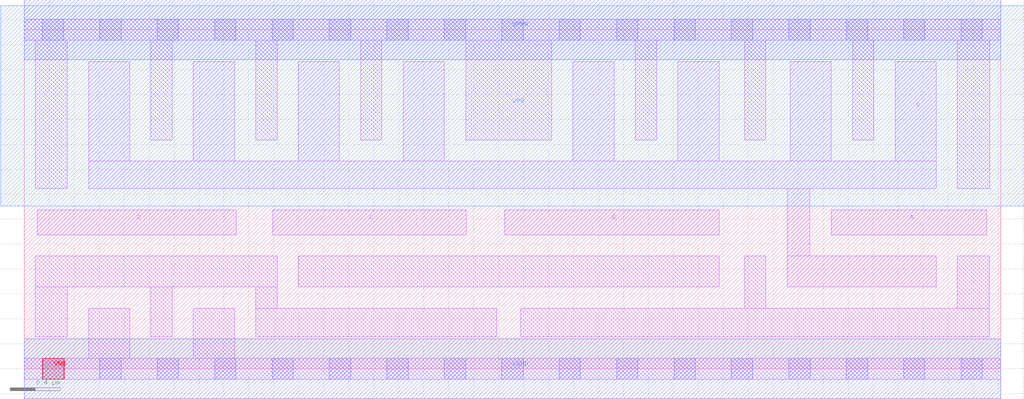
<source format=lef>
# Copyright 2020 The SkyWater PDK Authors
#
# Licensed under the Apache License, Version 2.0 (the "License");
# you may not use this file except in compliance with the License.
# You may obtain a copy of the License at
#
#     https://www.apache.org/licenses/LICENSE-2.0
#
# Unless required by applicable law or agreed to in writing, software
# distributed under the License is distributed on an "AS IS" BASIS,
# WITHOUT WARRANTIES OR CONDITIONS OF ANY KIND, either express or implied.
# See the License for the specific language governing permissions and
# limitations under the License.
#
# SPDX-License-Identifier: Apache-2.0

VERSION 5.7 ;
  NOWIREEXTENSIONATPIN ON ;
  DIVIDERCHAR "/" ;
  BUSBITCHARS "[]" ;
MACRO sky130_fd_sc_hd__nand4_4
  CLASS CORE ;
  FOREIGN sky130_fd_sc_hd__nand4_4 ;
  ORIGIN  0.000000  0.000000 ;
  SIZE  7.820000 BY  2.720000 ;
  SYMMETRY X Y R90 ;
  SITE unithd ;
  PIN A
    ANTENNAGATEAREA  0.990000 ;
    DIRECTION INPUT ;
    USE SIGNAL ;
    PORT
      LAYER li1 ;
        RECT 6.465000 1.075000 7.710000 1.275000 ;
    END
  END A
  PIN B
    ANTENNAGATEAREA  0.990000 ;
    DIRECTION INPUT ;
    USE SIGNAL ;
    PORT
      LAYER li1 ;
        RECT 3.850000 1.075000 5.565000 1.275000 ;
    END
  END B
  PIN C
    ANTENNAGATEAREA  0.990000 ;
    DIRECTION INPUT ;
    USE SIGNAL ;
    PORT
      LAYER li1 ;
        RECT 1.990000 1.075000 3.540000 1.275000 ;
    END
  END C
  PIN D
    ANTENNAGATEAREA  0.990000 ;
    DIRECTION INPUT ;
    USE SIGNAL ;
    PORT
      LAYER li1 ;
        RECT 0.105000 1.075000 1.700000 1.275000 ;
    END
  END D
  PIN Y
    ANTENNADIFFAREA  2.511000 ;
    DIRECTION OUTPUT ;
    USE SIGNAL ;
    PORT
      LAYER li1 ;
        RECT 0.515000 1.445000 7.305000 1.665000 ;
        RECT 0.515000 1.665000 0.845000 2.465000 ;
        RECT 1.355000 1.665000 1.685000 2.465000 ;
        RECT 2.195000 1.665000 2.525000 2.465000 ;
        RECT 3.035000 1.665000 3.365000 2.465000 ;
        RECT 4.395000 1.665000 4.725000 2.465000 ;
        RECT 5.235000 1.665000 5.565000 2.465000 ;
        RECT 6.110000 0.655000 7.305000 0.905000 ;
        RECT 6.110000 0.905000 6.290000 1.445000 ;
        RECT 6.135000 1.665000 6.465000 2.465000 ;
        RECT 6.975000 1.665000 7.305000 2.465000 ;
    END
  END Y
  PIN VGND
    DIRECTION INOUT ;
    SHAPE ABUTMENT ;
    USE GROUND ;
    PORT
      LAYER met1 ;
        RECT 0.000000 -0.240000 7.820000 0.240000 ;
    END
  END VGND
  PIN VNB
    DIRECTION INOUT ;
    USE GROUND ;
    PORT
      LAYER pwell ;
        RECT 0.150000 -0.085000 0.320000 0.085000 ;
    END
  END VNB
  PIN VPB
    DIRECTION INOUT ;
    USE POWER ;
    PORT
      LAYER nwell ;
        RECT -0.190000 1.305000 8.010000 2.910000 ;
    END
  END VPB
  PIN VPWR
    DIRECTION INOUT ;
    SHAPE ABUTMENT ;
    USE POWER ;
    PORT
      LAYER met1 ;
        RECT 0.000000 2.480000 7.820000 2.960000 ;
    END
  END VPWR
  OBS
    LAYER li1 ;
      RECT 0.000000 -0.085000 7.820000 0.085000 ;
      RECT 0.000000  2.635000 7.820000 2.805000 ;
      RECT 0.090000  0.255000 0.345000 0.655000 ;
      RECT 0.090000  0.655000 2.025000 0.905000 ;
      RECT 0.090000  1.445000 0.345000 2.635000 ;
      RECT 0.515000  0.085000 0.845000 0.485000 ;
      RECT 1.015000  0.255000 1.185000 0.655000 ;
      RECT 1.015000  1.835000 1.185000 2.635000 ;
      RECT 1.355000  0.085000 1.685000 0.485000 ;
      RECT 1.855000  0.255000 3.785000 0.485000 ;
      RECT 1.855000  0.485000 2.025000 0.655000 ;
      RECT 1.855000  1.835000 2.025000 2.635000 ;
      RECT 2.195000  0.655000 5.565000 0.905000 ;
      RECT 2.695000  1.835000 2.865000 2.635000 ;
      RECT 3.535000  1.835000 4.225000 2.635000 ;
      RECT 3.975000  0.255000 7.730000 0.485000 ;
      RECT 4.895000  1.835000 5.065000 2.635000 ;
      RECT 5.770000  0.485000 5.940000 0.905000 ;
      RECT 5.770000  1.835000 5.940000 2.635000 ;
      RECT 6.635000  1.835000 6.805000 2.635000 ;
      RECT 7.475000  0.485000 7.730000 0.905000 ;
      RECT 7.475000  1.445000 7.735000 2.635000 ;
    LAYER mcon ;
      RECT 0.145000 -0.085000 0.315000 0.085000 ;
      RECT 0.145000  2.635000 0.315000 2.805000 ;
      RECT 0.605000 -0.085000 0.775000 0.085000 ;
      RECT 0.605000  2.635000 0.775000 2.805000 ;
      RECT 1.065000 -0.085000 1.235000 0.085000 ;
      RECT 1.065000  2.635000 1.235000 2.805000 ;
      RECT 1.525000 -0.085000 1.695000 0.085000 ;
      RECT 1.525000  2.635000 1.695000 2.805000 ;
      RECT 1.985000 -0.085000 2.155000 0.085000 ;
      RECT 1.985000  2.635000 2.155000 2.805000 ;
      RECT 2.445000 -0.085000 2.615000 0.085000 ;
      RECT 2.445000  2.635000 2.615000 2.805000 ;
      RECT 2.905000 -0.085000 3.075000 0.085000 ;
      RECT 2.905000  2.635000 3.075000 2.805000 ;
      RECT 3.365000 -0.085000 3.535000 0.085000 ;
      RECT 3.365000  2.635000 3.535000 2.805000 ;
      RECT 3.825000 -0.085000 3.995000 0.085000 ;
      RECT 3.825000  2.635000 3.995000 2.805000 ;
      RECT 4.285000 -0.085000 4.455000 0.085000 ;
      RECT 4.285000  2.635000 4.455000 2.805000 ;
      RECT 4.745000 -0.085000 4.915000 0.085000 ;
      RECT 4.745000  2.635000 4.915000 2.805000 ;
      RECT 5.205000 -0.085000 5.375000 0.085000 ;
      RECT 5.205000  2.635000 5.375000 2.805000 ;
      RECT 5.665000 -0.085000 5.835000 0.085000 ;
      RECT 5.665000  2.635000 5.835000 2.805000 ;
      RECT 6.125000 -0.085000 6.295000 0.085000 ;
      RECT 6.125000  2.635000 6.295000 2.805000 ;
      RECT 6.585000 -0.085000 6.755000 0.085000 ;
      RECT 6.585000  2.635000 6.755000 2.805000 ;
      RECT 7.045000 -0.085000 7.215000 0.085000 ;
      RECT 7.045000  2.635000 7.215000 2.805000 ;
      RECT 7.505000 -0.085000 7.675000 0.085000 ;
      RECT 7.505000  2.635000 7.675000 2.805000 ;
  END
END sky130_fd_sc_hd__nand4_4
END LIBRARY

</source>
